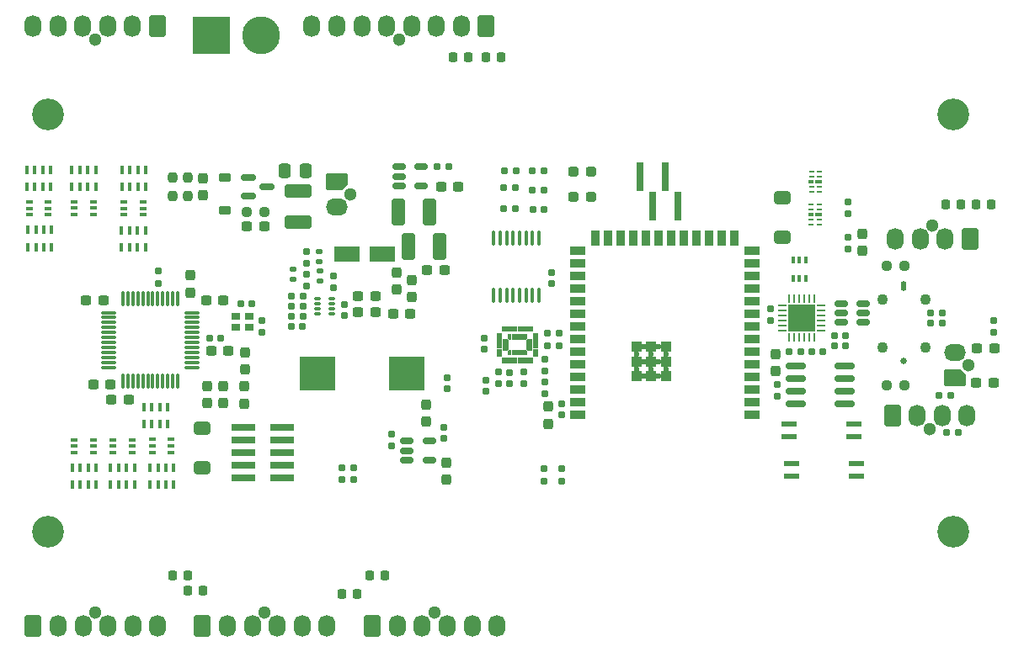
<source format=gbr>
%TF.GenerationSoftware,KiCad,Pcbnew,8.0.2*%
%TF.CreationDate,2024-07-28T21:03:14+03:00*%
%TF.ProjectId,hiro_samurai,6869726f-5f73-4616-9d75-7261692e6b69,rev?*%
%TF.SameCoordinates,Original*%
%TF.FileFunction,Soldermask,Bot*%
%TF.FilePolarity,Negative*%
%FSLAX46Y46*%
G04 Gerber Fmt 4.6, Leading zero omitted, Abs format (unit mm)*
G04 Created by KiCad (PCBNEW 8.0.2) date 2024-07-28 21:03:14*
%MOMM*%
%LPD*%
G01*
G04 APERTURE LIST*
G04 Aperture macros list*
%AMRoundRect*
0 Rectangle with rounded corners*
0 $1 Rounding radius*
0 $2 $3 $4 $5 $6 $7 $8 $9 X,Y pos of 4 corners*
0 Add a 4 corners polygon primitive as box body*
4,1,4,$2,$3,$4,$5,$6,$7,$8,$9,$2,$3,0*
0 Add four circle primitives for the rounded corners*
1,1,$1+$1,$2,$3*
1,1,$1+$1,$4,$5*
1,1,$1+$1,$6,$7*
1,1,$1+$1,$8,$9*
0 Add four rect primitives between the rounded corners*
20,1,$1+$1,$2,$3,$4,$5,0*
20,1,$1+$1,$4,$5,$6,$7,0*
20,1,$1+$1,$6,$7,$8,$9,0*
20,1,$1+$1,$8,$9,$2,$3,0*%
%AMFreePoly0*
4,1,22,0.945671,0.830970,1.026777,0.776777,1.080970,0.695671,1.100000,0.600000,1.100000,-0.600000,1.080970,-0.695671,1.026777,-0.776777,0.945671,-0.830970,0.850000,-0.850000,-0.450000,-0.850000,-0.545671,-0.830970,-0.626777,-0.776777,-1.026777,-0.376777,-1.080970,-0.295671,-1.100000,-0.200000,-1.100000,0.600000,-1.080970,0.695671,-1.026777,0.776777,-0.945671,0.830970,-0.850000,0.850000,
0.850000,0.850000,0.945671,0.830970,0.945671,0.830970,$1*%
%AMFreePoly1*
4,1,22,0.945671,0.830970,1.026777,0.776777,1.080970,0.695671,1.100000,0.600000,1.100000,-0.600000,1.080970,-0.695671,1.026777,-0.776777,0.945671,-0.830970,0.850000,-0.850000,-0.850000,-0.850000,-0.945671,-0.830970,-1.026777,-0.776777,-1.080970,-0.695671,-1.100000,-0.600000,-1.100000,0.200000,-1.080970,0.295671,-1.026777,0.376777,-0.626777,0.776777,-0.545671,0.830970,-0.450000,0.850000,
0.850000,0.850000,0.945671,0.830970,0.945671,0.830970,$1*%
G04 Aperture macros list end*
%ADD10C,0.010000*%
%ADD11C,1.300000*%
%ADD12RoundRect,0.250000X0.600000X-0.850000X0.600000X0.850000X-0.600000X0.850000X-0.600000X-0.850000X0*%
%ADD13O,1.700000X2.200000*%
%ADD14C,0.660000*%
%ADD15O,0.580000X1.000000*%
%ADD16C,1.100000*%
%ADD17C,3.200000*%
%ADD18FreePoly0,180.000000*%
%ADD19O,2.200000X1.700000*%
%ADD20RoundRect,0.250000X-0.600000X0.850000X-0.600000X-0.850000X0.600000X-0.850000X0.600000X0.850000X0*%
%ADD21RoundRect,0.160000X-0.197500X-0.160000X0.197500X-0.160000X0.197500X0.160000X-0.197500X0.160000X0*%
%ADD22RoundRect,0.160000X0.160000X-0.197500X0.160000X0.197500X-0.160000X0.197500X-0.160000X-0.197500X0*%
%ADD23RoundRect,0.225000X-0.225000X-0.250000X0.225000X-0.250000X0.225000X0.250000X-0.225000X0.250000X0*%
%ADD24RoundRect,0.075000X0.662500X0.075000X-0.662500X0.075000X-0.662500X-0.075000X0.662500X-0.075000X0*%
%ADD25RoundRect,0.075000X0.075000X0.662500X-0.075000X0.662500X-0.075000X-0.662500X0.075000X-0.662500X0*%
%ADD26RoundRect,0.237500X-0.300000X-0.237500X0.300000X-0.237500X0.300000X0.237500X-0.300000X0.237500X0*%
%ADD27RoundRect,0.250000X-1.100000X0.412500X-1.100000X-0.412500X1.100000X-0.412500X1.100000X0.412500X0*%
%ADD28RoundRect,0.155000X-0.212500X-0.155000X0.212500X-0.155000X0.212500X0.155000X-0.212500X0.155000X0*%
%ADD29RoundRect,0.325000X-0.525000X-0.325000X0.525000X-0.325000X0.525000X0.325000X-0.525000X0.325000X0*%
%ADD30RoundRect,0.325000X0.525000X0.325000X-0.525000X0.325000X-0.525000X-0.325000X0.525000X-0.325000X0*%
%ADD31FreePoly1,180.000000*%
%ADD32RoundRect,0.237500X0.250000X0.237500X-0.250000X0.237500X-0.250000X-0.237500X0.250000X-0.237500X0*%
%ADD33RoundRect,0.237500X0.237500X-0.300000X0.237500X0.300000X-0.237500X0.300000X-0.237500X-0.300000X0*%
%ADD34RoundRect,0.237500X-0.237500X0.300000X-0.237500X-0.300000X0.237500X-0.300000X0.237500X0.300000X0*%
%ADD35RoundRect,0.160000X0.197500X0.160000X-0.197500X0.160000X-0.197500X-0.160000X0.197500X-0.160000X0*%
%ADD36R,2.400000X0.740000*%
%ADD37RoundRect,0.160000X-0.160000X0.197500X-0.160000X-0.197500X0.160000X-0.197500X0.160000X0.197500X0*%
%ADD38RoundRect,0.155000X0.155000X-0.212500X0.155000X0.212500X-0.155000X0.212500X-0.155000X-0.212500X0*%
%ADD39RoundRect,0.050000X0.285000X0.100000X-0.285000X0.100000X-0.285000X-0.100000X0.285000X-0.100000X0*%
%ADD40RoundRect,0.100000X0.225000X0.100000X-0.225000X0.100000X-0.225000X-0.100000X0.225000X-0.100000X0*%
%ADD41R,0.400000X0.900000*%
%ADD42RoundRect,0.100000X-0.225000X-0.100000X0.225000X-0.100000X0.225000X0.100000X-0.225000X0.100000X0*%
%ADD43RoundRect,0.155000X-0.155000X0.212500X-0.155000X-0.212500X0.155000X-0.212500X0.155000X0.212500X0*%
%ADD44RoundRect,0.237500X0.300000X0.237500X-0.300000X0.237500X-0.300000X-0.237500X0.300000X-0.237500X0*%
%ADD45RoundRect,0.250000X0.337500X0.475000X-0.337500X0.475000X-0.337500X-0.475000X0.337500X-0.475000X0*%
%ADD46RoundRect,0.225000X0.225000X0.250000X-0.225000X0.250000X-0.225000X-0.250000X0.225000X-0.250000X0*%
%ADD47RoundRect,0.150000X-0.512500X-0.150000X0.512500X-0.150000X0.512500X0.150000X-0.512500X0.150000X0*%
%ADD48R,0.650000X3.000000*%
%ADD49R,3.550000X3.500000*%
%ADD50RoundRect,0.100000X0.100000X-0.225000X0.100000X0.225000X-0.100000X0.225000X-0.100000X-0.225000X0*%
%ADD51R,3.800000X3.800000*%
%ADD52C,3.800000*%
%ADD53RoundRect,0.137500X-0.662500X-0.137500X0.662500X-0.137500X0.662500X0.137500X-0.662500X0.137500X0*%
%ADD54RoundRect,0.150000X-0.587500X-0.150000X0.587500X-0.150000X0.587500X0.150000X-0.587500X0.150000X0*%
%ADD55R,0.900000X0.800000*%
%ADD56RoundRect,0.135000X0.185000X-0.135000X0.185000X0.135000X-0.185000X0.135000X-0.185000X-0.135000X0*%
%ADD57RoundRect,0.250000X1.050000X0.550000X-1.050000X0.550000X-1.050000X-0.550000X1.050000X-0.550000X0*%
%ADD58RoundRect,0.237500X-0.237500X0.250000X-0.237500X-0.250000X0.237500X-0.250000X0.237500X0.250000X0*%
%ADD59RoundRect,0.237500X0.237500X-0.287500X0.237500X0.287500X-0.237500X0.287500X-0.237500X-0.287500X0*%
%ADD60RoundRect,0.150000X0.512500X0.150000X-0.512500X0.150000X-0.512500X-0.150000X0.512500X-0.150000X0*%
%ADD61RoundRect,0.250000X-0.412500X-1.100000X0.412500X-1.100000X0.412500X1.100000X-0.412500X1.100000X0*%
%ADD62RoundRect,0.237500X0.287500X0.237500X-0.287500X0.237500X-0.287500X-0.237500X0.287500X-0.237500X0*%
%ADD63RoundRect,0.062500X0.350000X0.062500X-0.350000X0.062500X-0.350000X-0.062500X0.350000X-0.062500X0*%
%ADD64RoundRect,0.062500X0.062500X0.350000X-0.062500X0.350000X-0.062500X-0.350000X0.062500X-0.350000X0*%
%ADD65R,2.700000X2.700000*%
%ADD66R,0.625000X0.250000*%
%ADD67R,0.700000X0.450000*%
%ADD68R,0.575000X0.450000*%
%ADD69RoundRect,0.225000X-0.375000X0.225000X-0.375000X-0.225000X0.375000X-0.225000X0.375000X0.225000X0*%
%ADD70R,1.500000X0.900000*%
%ADD71R,0.900000X1.500000*%
%ADD72R,1.000000X1.000000*%
%ADD73C,0.600000*%
%ADD74RoundRect,0.100000X0.100000X-0.637500X0.100000X0.637500X-0.100000X0.637500X-0.100000X-0.637500X0*%
%ADD75RoundRect,0.150000X-0.825000X-0.150000X0.825000X-0.150000X0.825000X0.150000X-0.825000X0.150000X0*%
%ADD76RoundRect,0.135000X-0.185000X0.135000X-0.185000X-0.135000X0.185000X-0.135000X0.185000X0.135000X0*%
%ADD77RoundRect,0.237500X0.237500X-0.250000X0.237500X0.250000X-0.237500X0.250000X-0.237500X-0.250000X0*%
G04 APERTURE END LIST*
D10*
%TO.C,U13*%
X49115000Y31750000D02*
X48665000Y31750000D01*
X48665000Y32050000D01*
X49115000Y32050000D01*
X49115000Y31750000D01*
G36*
X49115000Y31750000D02*
G01*
X48665000Y31750000D01*
X48665000Y32050000D01*
X49115000Y32050000D01*
X49115000Y31750000D01*
G37*
X49115000Y31350000D02*
X48665000Y31350000D01*
X48665000Y31650000D01*
X49115000Y31650000D01*
X49115000Y31350000D01*
G36*
X49115000Y31350000D02*
G01*
X48665000Y31350000D01*
X48665000Y31650000D01*
X49115000Y31650000D01*
X49115000Y31350000D01*
G37*
X49115000Y30950000D02*
X48665000Y30950000D01*
X48665000Y31250000D01*
X49115000Y31250000D01*
X49115000Y30950000D01*
G36*
X49115000Y30950000D02*
G01*
X48665000Y30950000D01*
X48665000Y31250000D01*
X49115000Y31250000D01*
X49115000Y30950000D01*
G37*
X49115000Y30550000D02*
X48665000Y30550000D01*
X48665000Y30850000D01*
X49115000Y30850000D01*
X49115000Y30550000D01*
G36*
X49115000Y30550000D02*
G01*
X48665000Y30550000D01*
X48665000Y30850000D01*
X49115000Y30850000D01*
X49115000Y30550000D01*
G37*
X49115000Y30150000D02*
X48665000Y30150000D01*
X48665000Y30450000D01*
X49115000Y30450000D01*
X49115000Y30150000D01*
G36*
X49115000Y30150000D02*
G01*
X48665000Y30150000D01*
X48665000Y30450000D01*
X49115000Y30450000D01*
X49115000Y30150000D01*
G37*
X49115000Y29750000D02*
X48665000Y29750000D01*
X48665000Y30050000D01*
X49115000Y30050000D01*
X49115000Y29750000D01*
G36*
X49115000Y29750000D02*
G01*
X48665000Y29750000D01*
X48665000Y30050000D01*
X49115000Y30050000D01*
X49115000Y29750000D01*
G37*
X49475000Y32260000D02*
X49175000Y32260000D01*
X49175000Y32710000D01*
X49475000Y32710000D01*
X49475000Y32260000D01*
G36*
X49475000Y32260000D02*
G01*
X49175000Y32260000D01*
X49175000Y32710000D01*
X49475000Y32710000D01*
X49475000Y32260000D01*
G37*
X49475000Y29090000D02*
X49175000Y29090000D01*
X49175000Y29540000D01*
X49475000Y29540000D01*
X49475000Y29090000D01*
G36*
X49475000Y29090000D02*
G01*
X49175000Y29090000D01*
X49175000Y29540000D01*
X49475000Y29540000D01*
X49475000Y29090000D01*
G37*
X49765000Y30750000D02*
X49315000Y30750000D01*
X49315000Y31050000D01*
X49765000Y31050000D01*
X49765000Y30750000D01*
G36*
X49765000Y30750000D02*
G01*
X49315000Y30750000D01*
X49315000Y31050000D01*
X49765000Y31050000D01*
X49765000Y30750000D01*
G37*
X49875000Y32260000D02*
X49575000Y32260000D01*
X49575000Y32710000D01*
X49875000Y32710000D01*
X49875000Y32260000D01*
G36*
X49875000Y32260000D02*
G01*
X49575000Y32260000D01*
X49575000Y32710000D01*
X49875000Y32710000D01*
X49875000Y32260000D01*
G37*
X49875000Y29090000D02*
X49575000Y29090000D01*
X49575000Y29540000D01*
X49875000Y29540000D01*
X49875000Y29090000D01*
G36*
X49875000Y29090000D02*
G01*
X49575000Y29090000D01*
X49575000Y29540000D01*
X49875000Y29540000D01*
X49875000Y29090000D01*
G37*
X50275000Y32260000D02*
X49975000Y32260000D01*
X49975000Y32710000D01*
X50275000Y32710000D01*
X50275000Y32260000D01*
G36*
X50275000Y32260000D02*
G01*
X49975000Y32260000D01*
X49975000Y32710000D01*
X50275000Y32710000D01*
X50275000Y32260000D01*
G37*
X50275000Y29090000D02*
X49975000Y29090000D01*
X49975000Y29540000D01*
X50275000Y29540000D01*
X50275000Y29090000D01*
G36*
X50275000Y29090000D02*
G01*
X49975000Y29090000D01*
X49975000Y29540000D01*
X50275000Y29540000D01*
X50275000Y29090000D01*
G37*
X50475000Y31460000D02*
X50175000Y31460000D01*
X50175000Y31910000D01*
X50475000Y31910000D01*
X50475000Y31460000D01*
G36*
X50475000Y31460000D02*
G01*
X50175000Y31460000D01*
X50175000Y31910000D01*
X50475000Y31910000D01*
X50475000Y31460000D01*
G37*
X50475000Y29890000D02*
X50175000Y29890000D01*
X50175000Y30340000D01*
X50475000Y30340000D01*
X50475000Y29890000D01*
G36*
X50475000Y29890000D02*
G01*
X50175000Y29890000D01*
X50175000Y30340000D01*
X50475000Y30340000D01*
X50475000Y29890000D01*
G37*
X50675000Y32260000D02*
X50375000Y32260000D01*
X50375000Y32710000D01*
X50675000Y32710000D01*
X50675000Y32260000D01*
G36*
X50675000Y32260000D02*
G01*
X50375000Y32260000D01*
X50375000Y32710000D01*
X50675000Y32710000D01*
X50675000Y32260000D01*
G37*
X50675000Y29090000D02*
X50375000Y29090000D01*
X50375000Y29540000D01*
X50675000Y29540000D01*
X50675000Y29090000D01*
G36*
X50675000Y29090000D02*
G01*
X50375000Y29090000D01*
X50375000Y29540000D01*
X50675000Y29540000D01*
X50675000Y29090000D01*
G37*
X50875000Y31460000D02*
X50575000Y31460000D01*
X50575000Y31910000D01*
X50875000Y31910000D01*
X50875000Y31460000D01*
G36*
X50875000Y31460000D02*
G01*
X50575000Y31460000D01*
X50575000Y31910000D01*
X50875000Y31910000D01*
X50875000Y31460000D01*
G37*
X50875000Y29890000D02*
X50575000Y29890000D01*
X50575000Y30340000D01*
X50875000Y30340000D01*
X50875000Y29890000D01*
G36*
X50875000Y29890000D02*
G01*
X50575000Y29890000D01*
X50575000Y30340000D01*
X50875000Y30340000D01*
X50875000Y29890000D01*
G37*
X51075000Y32260000D02*
X50775000Y32260000D01*
X50775000Y32710000D01*
X51075000Y32710000D01*
X51075000Y32260000D01*
G36*
X51075000Y32260000D02*
G01*
X50775000Y32260000D01*
X50775000Y32710000D01*
X51075000Y32710000D01*
X51075000Y32260000D01*
G37*
X51075000Y29090000D02*
X50775000Y29090000D01*
X50775000Y29540000D01*
X51075000Y29540000D01*
X51075000Y29090000D01*
G36*
X51075000Y29090000D02*
G01*
X50775000Y29090000D01*
X50775000Y29540000D01*
X51075000Y29540000D01*
X51075000Y29090000D01*
G37*
X51275000Y31460000D02*
X50975000Y31460000D01*
X50975000Y31910000D01*
X51275000Y31910000D01*
X51275000Y31460000D01*
G36*
X51275000Y31460000D02*
G01*
X50975000Y31460000D01*
X50975000Y31910000D01*
X51275000Y31910000D01*
X51275000Y31460000D01*
G37*
X51275000Y29890000D02*
X50975000Y29890000D01*
X50975000Y30340000D01*
X51275000Y30340000D01*
X51275000Y29890000D01*
G36*
X51275000Y29890000D02*
G01*
X50975000Y29890000D01*
X50975000Y30340000D01*
X51275000Y30340000D01*
X51275000Y29890000D01*
G37*
X51475000Y32260000D02*
X51175000Y32260000D01*
X51175000Y32710000D01*
X51475000Y32710000D01*
X51475000Y32260000D01*
G36*
X51475000Y32260000D02*
G01*
X51175000Y32260000D01*
X51175000Y32710000D01*
X51475000Y32710000D01*
X51475000Y32260000D01*
G37*
X51475000Y29090000D02*
X51175000Y29090000D01*
X51175000Y29540000D01*
X51475000Y29540000D01*
X51475000Y29090000D01*
G36*
X51475000Y29090000D02*
G01*
X51175000Y29090000D01*
X51175000Y29540000D01*
X51475000Y29540000D01*
X51475000Y29090000D01*
G37*
X51875000Y32260000D02*
X51575000Y32260000D01*
X51575000Y32710000D01*
X51875000Y32710000D01*
X51875000Y32260000D01*
G36*
X51875000Y32260000D02*
G01*
X51575000Y32260000D01*
X51575000Y32710000D01*
X51875000Y32710000D01*
X51875000Y32260000D01*
G37*
X51875000Y29090000D02*
X51575000Y29090000D01*
X51575000Y29540000D01*
X51875000Y29540000D01*
X51875000Y29090000D01*
G36*
X51875000Y29090000D02*
G01*
X51575000Y29090000D01*
X51575000Y29540000D01*
X51875000Y29540000D01*
X51875000Y29090000D01*
G37*
X52135000Y30750000D02*
X51685000Y30750000D01*
X51685000Y31050000D01*
X52135000Y31050000D01*
X52135000Y30750000D01*
G36*
X52135000Y30750000D02*
G01*
X51685000Y30750000D01*
X51685000Y31050000D01*
X52135000Y31050000D01*
X52135000Y30750000D01*
G37*
X52275000Y32260000D02*
X51975000Y32260000D01*
X51975000Y32710000D01*
X52275000Y32710000D01*
X52275000Y32260000D01*
G36*
X52275000Y32260000D02*
G01*
X51975000Y32260000D01*
X51975000Y32710000D01*
X52275000Y32710000D01*
X52275000Y32260000D01*
G37*
X52275000Y29090000D02*
X51975000Y29090000D01*
X51975000Y29540000D01*
X52275000Y29540000D01*
X52275000Y29090000D01*
G36*
X52275000Y29090000D02*
G01*
X51975000Y29090000D01*
X51975000Y29540000D01*
X52275000Y29540000D01*
X52275000Y29090000D01*
G37*
X52785000Y31750000D02*
X52335000Y31750000D01*
X52335000Y32050000D01*
X52785000Y32050000D01*
X52785000Y31750000D01*
G36*
X52785000Y31750000D02*
G01*
X52335000Y31750000D01*
X52335000Y32050000D01*
X52785000Y32050000D01*
X52785000Y31750000D01*
G37*
X52785000Y31350000D02*
X52335000Y31350000D01*
X52335000Y31650000D01*
X52785000Y31650000D01*
X52785000Y31350000D01*
G36*
X52785000Y31350000D02*
G01*
X52335000Y31350000D01*
X52335000Y31650000D01*
X52785000Y31650000D01*
X52785000Y31350000D01*
G37*
X52785000Y30950000D02*
X52335000Y30950000D01*
X52335000Y31250000D01*
X52785000Y31250000D01*
X52785000Y30950000D01*
G36*
X52785000Y30950000D02*
G01*
X52335000Y30950000D01*
X52335000Y31250000D01*
X52785000Y31250000D01*
X52785000Y30950000D01*
G37*
X52785000Y30550000D02*
X52335000Y30550000D01*
X52335000Y30850000D01*
X52785000Y30850000D01*
X52785000Y30550000D01*
G36*
X52785000Y30550000D02*
G01*
X52335000Y30550000D01*
X52335000Y30850000D01*
X52785000Y30850000D01*
X52785000Y30550000D01*
G37*
X52785000Y30150000D02*
X52335000Y30150000D01*
X52335000Y30450000D01*
X52785000Y30450000D01*
X52785000Y30150000D01*
G36*
X52785000Y30150000D02*
G01*
X52335000Y30150000D01*
X52335000Y30450000D01*
X52785000Y30450000D01*
X52785000Y30150000D01*
G37*
X52785000Y29750000D02*
X52335000Y29750000D01*
X52335000Y30050000D01*
X52785000Y30050000D01*
X52785000Y29750000D01*
G36*
X52785000Y29750000D02*
G01*
X52335000Y29750000D01*
X52335000Y30050000D01*
X52785000Y30050000D01*
X52785000Y29750000D01*
G37*
X49765000Y31375000D02*
X49765000Y31150000D01*
X49315000Y31150000D01*
X49315000Y31450000D01*
X49690000Y31450000D01*
X49765000Y31375000D01*
G36*
X49765000Y31375000D02*
G01*
X49765000Y31150000D01*
X49315000Y31150000D01*
X49315000Y31450000D01*
X49690000Y31450000D01*
X49765000Y31375000D01*
G37*
X49765000Y30425000D02*
X49690000Y30350000D01*
X49315000Y30350000D01*
X49315000Y30650000D01*
X49765000Y30650000D01*
X49765000Y30425000D01*
G36*
X49765000Y30425000D02*
G01*
X49690000Y30350000D01*
X49315000Y30350000D01*
X49315000Y30650000D01*
X49765000Y30650000D01*
X49765000Y30425000D01*
G37*
X50075000Y31460000D02*
X49850000Y31460000D01*
X49775000Y31535000D01*
X49775000Y31910000D01*
X50075000Y31910000D01*
X50075000Y31460000D01*
G36*
X50075000Y31460000D02*
G01*
X49850000Y31460000D01*
X49775000Y31535000D01*
X49775000Y31910000D01*
X50075000Y31910000D01*
X50075000Y31460000D01*
G37*
X50075000Y29890000D02*
X49775000Y29890000D01*
X49775000Y30265000D01*
X49850000Y30340000D01*
X50075000Y30340000D01*
X50075000Y29890000D01*
G36*
X50075000Y29890000D02*
G01*
X49775000Y29890000D01*
X49775000Y30265000D01*
X49850000Y30340000D01*
X50075000Y30340000D01*
X50075000Y29890000D01*
G37*
X51675000Y31535000D02*
X51600000Y31460000D01*
X51375000Y31460000D01*
X51375000Y31910000D01*
X51675000Y31910000D01*
X51675000Y31535000D01*
G36*
X51675000Y31535000D02*
G01*
X51600000Y31460000D01*
X51375000Y31460000D01*
X51375000Y31910000D01*
X51675000Y31910000D01*
X51675000Y31535000D01*
G37*
X51675000Y30265000D02*
X51675000Y29890000D01*
X51375000Y29890000D01*
X51375000Y30340000D01*
X51600000Y30340000D01*
X51675000Y30265000D01*
G36*
X51675000Y30265000D02*
G01*
X51675000Y29890000D01*
X51375000Y29890000D01*
X51375000Y30340000D01*
X51600000Y30340000D01*
X51675000Y30265000D01*
G37*
X52135000Y31150000D02*
X51685000Y31150000D01*
X51685000Y31375000D01*
X51760000Y31450000D01*
X52135000Y31450000D01*
X52135000Y31150000D01*
G36*
X52135000Y31150000D02*
G01*
X51685000Y31150000D01*
X51685000Y31375000D01*
X51760000Y31450000D01*
X52135000Y31450000D01*
X52135000Y31150000D01*
G37*
X52135000Y30350000D02*
X51760000Y30350000D01*
X51685000Y30425000D01*
X51685000Y30650000D01*
X52135000Y30650000D01*
X52135000Y30350000D01*
G36*
X52135000Y30350000D02*
G01*
X51760000Y30350000D01*
X51685000Y30425000D01*
X51685000Y30650000D01*
X52135000Y30650000D01*
X52135000Y30350000D01*
G37*
%TD*%
D11*
%TO.C,J14*%
X92200242Y22387945D03*
D12*
X88450242Y23727945D03*
D13*
X90950242Y23727945D03*
X93450242Y23727945D03*
X95950242Y23727945D03*
%TD*%
D14*
%TO.C,J8*%
X89601700Y29255000D03*
D15*
X89601700Y36755000D03*
D16*
X87451700Y30605000D03*
X91751700Y30605000D03*
X87451700Y35405000D03*
X91751700Y35405000D03*
%TD*%
D17*
%TO.C,H3*%
X3601700Y12005000D03*
%TD*%
%TO.C,H4*%
X94601700Y12005000D03*
%TD*%
%TO.C,H2*%
X3601700Y54005000D03*
%TD*%
%TO.C,H1*%
X94601700Y54005000D03*
%TD*%
D11*
%TO.C,J3*%
X96103507Y28802931D03*
D18*
X94763507Y27552931D03*
D19*
X94763507Y30052931D03*
%TD*%
D11*
%TO.C,J2*%
X92495000Y42835000D03*
D20*
X96245000Y41495000D03*
D13*
X93745000Y41495000D03*
X91245000Y41495000D03*
X88745000Y41495000D03*
%TD*%
D21*
%TO.C,R10*%
X93906700Y22005000D03*
X95101700Y22005000D03*
%TD*%
D22*
%TO.C,R53*%
X55166200Y17157500D03*
X55166200Y18352500D03*
%TD*%
D23*
%TO.C,C1*%
X96826700Y45005000D03*
X98376700Y45005000D03*
%TD*%
D24*
%TO.C,U1*%
X18014200Y34092500D03*
X18014200Y33592500D03*
X18014200Y33092500D03*
X18014200Y32592500D03*
X18014200Y32092500D03*
X18014200Y31592500D03*
X18014200Y31092500D03*
X18014200Y30592500D03*
X18014200Y30092500D03*
X18014200Y29592500D03*
X18014200Y29092500D03*
X18014200Y28592500D03*
D25*
X16601700Y27180000D03*
X16101700Y27180000D03*
X15601700Y27180000D03*
X15101700Y27180000D03*
X14601700Y27180000D03*
X14101700Y27180000D03*
X13601700Y27180000D03*
X13101700Y27180000D03*
X12601700Y27180000D03*
X12101700Y27180000D03*
X11601700Y27180000D03*
X11101700Y27180000D03*
D24*
X9689200Y28592500D03*
X9689200Y29092500D03*
X9689200Y29592500D03*
X9689200Y30092500D03*
X9689200Y30592500D03*
X9689200Y31092500D03*
X9689200Y31592500D03*
X9689200Y32092500D03*
X9689200Y32592500D03*
X9689200Y33092500D03*
X9689200Y33592500D03*
X9689200Y34092500D03*
D25*
X11101700Y35505000D03*
X11601700Y35505000D03*
X12101700Y35505000D03*
X12601700Y35505000D03*
X13101700Y35505000D03*
X13601700Y35505000D03*
X14101700Y35505000D03*
X14601700Y35505000D03*
X15101700Y35505000D03*
X15601700Y35505000D03*
X16101700Y35505000D03*
X16601700Y35505000D03*
%TD*%
D26*
%TO.C,C52*%
X43101700Y46755000D03*
X44826700Y46755000D03*
%TD*%
D27*
%TO.C,C4*%
X28665213Y46365567D03*
X28665213Y43240567D03*
%TD*%
D28*
%TO.C,C71*%
X53795500Y32005000D03*
X54930500Y32005000D03*
%TD*%
D26*
%TO.C,C41*%
X41700368Y38394182D03*
X43425368Y38394182D03*
%TD*%
D29*
%TO.C,SW_RESET2*%
X19047400Y18480600D03*
D30*
X19047400Y22480600D03*
%TD*%
D21*
%TO.C,R62*%
X28004638Y35716348D03*
X29199638Y35716348D03*
%TD*%
D11*
%TO.C,J9*%
X33941700Y46005000D03*
D31*
X32601700Y47255000D03*
D19*
X32601700Y44755000D03*
%TD*%
D28*
%TO.C,C17*%
X19784200Y31505000D03*
X20919200Y31505000D03*
%TD*%
D32*
%TO.C,R3*%
X89708300Y38768600D03*
X87883300Y38768600D03*
%TD*%
D33*
%TO.C,C18*%
X17849077Y36107073D03*
X17849077Y37832073D03*
%TD*%
D28*
%TO.C,C36*%
X28034638Y32711864D03*
X29169638Y32711864D03*
%TD*%
D34*
%TO.C,C45*%
X41601700Y24867500D03*
X41601700Y23142500D03*
%TD*%
D35*
%TO.C,R58*%
X53460500Y46432400D03*
X52265500Y46432400D03*
%TD*%
D23*
%TO.C,C3*%
X35900000Y7679000D03*
X37450000Y7679000D03*
%TD*%
D36*
%TO.C,J11*%
X23213000Y17425000D03*
X27113000Y17425000D03*
X23213000Y18695000D03*
X27113000Y18695000D03*
X23213000Y19965000D03*
X27113000Y19965000D03*
X23213000Y21235000D03*
X27113000Y21235000D03*
X23213000Y22505000D03*
X27113000Y22505000D03*
%TD*%
D37*
%TO.C,R13*%
X83969800Y41708100D03*
X83969800Y40513100D03*
%TD*%
D38*
%TO.C,C22*%
X25101700Y32120000D03*
X25101700Y33255000D03*
%TD*%
D39*
%TO.C,U5*%
X32102138Y35461864D03*
X32102138Y34961864D03*
X32102138Y34461864D03*
X32102138Y33961864D03*
X30622138Y33961864D03*
X30622138Y34461864D03*
X30622138Y34961864D03*
X30622138Y35461864D03*
%TD*%
D40*
%TO.C,Q4*%
X13121781Y45238585D03*
X13121781Y44588585D03*
X13121781Y43938585D03*
X11221781Y43938585D03*
X11221781Y44588585D03*
X11221781Y45238585D03*
%TD*%
D38*
%TO.C,C59*%
X76175000Y33317500D03*
X76175000Y34452500D03*
%TD*%
D41*
%TO.C,RN1*%
X6001700Y18505000D03*
X6801700Y18505000D03*
X7601700Y18505000D03*
X8401700Y18505000D03*
X8401700Y16805000D03*
X7601700Y16805000D03*
X6801700Y16805000D03*
X6001700Y16805000D03*
%TD*%
D42*
%TO.C,Q3*%
X14030865Y20029845D03*
X14030865Y20679845D03*
X14030865Y21329845D03*
X15930865Y21329845D03*
X15930865Y20679845D03*
X15930865Y20029845D03*
%TD*%
D28*
%TO.C,C72*%
X53795500Y30755000D03*
X54930500Y30755000D03*
%TD*%
D43*
%TO.C,C74*%
X49945000Y28082500D03*
X49945000Y26947500D03*
%TD*%
D41*
%TO.C,RN5*%
X13362976Y40673576D03*
X12562976Y40673576D03*
X11762976Y40673576D03*
X10962976Y40673576D03*
X10962976Y42373576D03*
X11762976Y42373576D03*
X12562976Y42373576D03*
X13362976Y42373576D03*
%TD*%
D44*
%TO.C,C20*%
X11651462Y25324412D03*
X9926462Y25324412D03*
%TD*%
D11*
%TO.C,J4*%
X8327000Y3939000D03*
D20*
X2077000Y2599000D03*
D13*
X4577000Y2599000D03*
X7077000Y2599000D03*
X9577000Y2599000D03*
X12077000Y2599000D03*
X14577000Y2599000D03*
%TD*%
D34*
%TO.C,C15*%
X21198566Y26713507D03*
X21198566Y24988507D03*
%TD*%
D26*
%TO.C,C31*%
X34739638Y35711864D03*
X36464638Y35711864D03*
%TD*%
D45*
%TO.C,C6*%
X29452800Y48379957D03*
X27377800Y48379957D03*
%TD*%
D26*
%TO.C,C32*%
X34751195Y34164956D03*
X36476195Y34164956D03*
%TD*%
D41*
%TO.C,RN2*%
X13201700Y24557292D03*
X14001700Y24557292D03*
X14801700Y24557292D03*
X15601700Y24557292D03*
X15601700Y22857292D03*
X14801700Y22857292D03*
X14001700Y22857292D03*
X13201700Y22857292D03*
%TD*%
D43*
%TO.C,C38*%
X29520446Y37910204D03*
X29520446Y36775204D03*
%TD*%
D21*
%TO.C,R12*%
X93156700Y25755000D03*
X94351700Y25755000D03*
%TD*%
D46*
%TO.C,C10*%
X45851700Y59755000D03*
X44301700Y59755000D03*
%TD*%
D21*
%TO.C,R71*%
X92253139Y34033952D03*
X93448139Y34033952D03*
%TD*%
D34*
%TO.C,C63*%
X43601700Y19005000D03*
X43601700Y17280000D03*
%TD*%
D30*
%TO.C,SW_RESET1*%
X77365800Y45645400D03*
D29*
X77365800Y41645400D03*
%TD*%
D11*
%TO.C,J5*%
X8287000Y61595000D03*
D12*
X14537000Y62935000D03*
D13*
X12037000Y62935000D03*
X9537000Y62935000D03*
X7037000Y62935000D03*
X4537000Y62935000D03*
X2037000Y62935000D03*
%TD*%
D37*
%TO.C,R60*%
X32226553Y37792849D03*
X32226553Y36597849D03*
%TD*%
D26*
%TO.C,C21*%
X19449490Y35293945D03*
X21174490Y35293945D03*
%TD*%
D23*
%TO.C,C9*%
X47551700Y59755000D03*
X49101700Y59755000D03*
%TD*%
D42*
%TO.C,Q2*%
X10101700Y20005000D03*
X10101700Y20655000D03*
X10101700Y21305000D03*
X12001700Y21305000D03*
X12001700Y20655000D03*
X12001700Y20005000D03*
%TD*%
D33*
%TO.C,C53*%
X76738574Y28205255D03*
X76738574Y29930255D03*
%TD*%
D47*
%TO.C,U12*%
X39601700Y19255000D03*
X39601700Y20205000D03*
X39601700Y21155000D03*
X41876700Y21155000D03*
X41876700Y19255000D03*
%TD*%
D48*
%TO.C,J15*%
X66901000Y44798200D03*
X65631000Y47798200D03*
X64361000Y44798200D03*
X63091000Y47798200D03*
%TD*%
D43*
%TO.C,C33*%
X33324849Y34920489D03*
X33324849Y33785489D03*
%TD*%
D34*
%TO.C,C29*%
X53851700Y24642500D03*
X53851700Y22917500D03*
%TD*%
D44*
%TO.C,C16*%
X9836376Y26835410D03*
X8111376Y26835410D03*
%TD*%
D28*
%TO.C,C58*%
X80317500Y30135000D03*
X81452500Y30135000D03*
%TD*%
D41*
%TO.C,RN6*%
X13401700Y46755000D03*
X12601700Y46755000D03*
X11801700Y46755000D03*
X11001700Y46755000D03*
X11001700Y48455000D03*
X11801700Y48455000D03*
X12601700Y48455000D03*
X13401700Y48455000D03*
%TD*%
D49*
%TO.C,L1*%
X30663000Y27919701D03*
X39613000Y27919701D03*
%TD*%
D35*
%TO.C,R57*%
X53460500Y48369800D03*
X52265500Y48369800D03*
%TD*%
D47*
%TO.C,U6*%
X38826700Y46855000D03*
X38826700Y47805000D03*
X38826700Y48755000D03*
X41101700Y48755000D03*
X41101700Y46855000D03*
%TD*%
D41*
%TO.C,RN8*%
X3939000Y40699800D03*
X3139000Y40699800D03*
X2339000Y40699800D03*
X1539000Y40699800D03*
X1539000Y42399800D03*
X2339000Y42399800D03*
X3139000Y42399800D03*
X3939000Y42399800D03*
%TD*%
D43*
%TO.C,C73*%
X48865000Y28092500D03*
X48865000Y26957500D03*
%TD*%
D11*
%TO.C,J10*%
X25345000Y3939000D03*
D20*
X19095000Y2599000D03*
D13*
X21595000Y2599000D03*
X24095000Y2599000D03*
X26595000Y2599000D03*
X29095000Y2599000D03*
X31595000Y2599000D03*
%TD*%
D34*
%TO.C,C46*%
X40113000Y37367500D03*
X40113000Y35642500D03*
%TD*%
D50*
%TO.C,Q13*%
X79765000Y37485000D03*
X79115000Y37485000D03*
X78465000Y37485000D03*
X78465000Y39385000D03*
X79115000Y39385000D03*
X79765000Y39385000D03*
%TD*%
D32*
%TO.C,R4*%
X89708300Y26755000D03*
X87883300Y26755000D03*
%TD*%
D11*
%TO.C,J13*%
X42441000Y3939000D03*
D20*
X36191000Y2599000D03*
D13*
X38691000Y2599000D03*
X41191000Y2599000D03*
X43691000Y2599000D03*
X46191000Y2599000D03*
X48691000Y2599000D03*
%TD*%
D51*
%TO.C,J1*%
X19991000Y62035000D03*
D52*
X24991000Y62035000D03*
%TD*%
D26*
%TO.C,C75*%
X23569700Y42755000D03*
X25294700Y42755000D03*
%TD*%
D42*
%TO.C,Q1*%
X6200000Y20005000D03*
X6200000Y20655000D03*
X6200000Y21305000D03*
X8100000Y21305000D03*
X8100000Y20655000D03*
X8100000Y20005000D03*
%TD*%
D53*
%TO.C,U15*%
X78351700Y17661200D03*
X78351700Y18931200D03*
X84851700Y18931200D03*
X84851700Y17661200D03*
%TD*%
D54*
%TO.C,Q7*%
X23726700Y45805000D03*
X23726700Y47705000D03*
X25601700Y46755000D03*
%TD*%
D55*
%TO.C,Y1*%
X23825000Y32585000D03*
X22425000Y32585000D03*
X22425000Y33685000D03*
X23825000Y33685000D03*
%TD*%
D56*
%TO.C,R65*%
X30863000Y39245000D03*
X30863000Y40265000D03*
%TD*%
D37*
%TO.C,R5*%
X83969800Y45208100D03*
X83969800Y44013100D03*
%TD*%
D22*
%TO.C,R6*%
X51407000Y26917500D03*
X51407000Y28112500D03*
%TD*%
D37*
%TO.C,R64*%
X29520446Y40208903D03*
X29520446Y39013903D03*
%TD*%
D57*
%TO.C,C40*%
X37201700Y40005000D03*
X33601700Y40005000D03*
%TD*%
D34*
%TO.C,C23*%
X19601700Y26730000D03*
X19601700Y25005000D03*
%TD*%
%TO.C,C35*%
X38601700Y38117500D03*
X38601700Y36392500D03*
%TD*%
D11*
%TO.C,J12*%
X38851700Y61595000D03*
D12*
X47601700Y62935000D03*
D13*
X45101700Y62935000D03*
X42601700Y62935000D03*
X40101700Y62935000D03*
X37601700Y62935000D03*
X35101700Y62935000D03*
X32601700Y62935000D03*
X30101700Y62935000D03*
%TD*%
D26*
%TO.C,R68*%
X96876700Y27005000D03*
X98601700Y27005000D03*
%TD*%
D35*
%TO.C,R8*%
X50635000Y48345000D03*
X49440000Y48345000D03*
%TD*%
D33*
%TO.C,C39*%
X85443000Y40293700D03*
X85443000Y42018700D03*
%TD*%
D42*
%TO.C,Q5*%
X6201700Y43947800D03*
X6201700Y44597800D03*
X6201700Y45247800D03*
X8101700Y45247800D03*
X8101700Y44597800D03*
X8101700Y43947800D03*
%TD*%
D22*
%TO.C,R16*%
X14613000Y37060000D03*
X14613000Y38255000D03*
%TD*%
D58*
%TO.C,R14*%
X17601700Y47667500D03*
X17601700Y45842500D03*
%TD*%
D59*
%TO.C,FB1*%
X23314600Y24928200D03*
X23314600Y26678200D03*
%TD*%
D38*
%TO.C,C12*%
X38101700Y20687500D03*
X38101700Y21822500D03*
%TD*%
D60*
%TO.C,U8*%
X85560000Y34985000D03*
X85560000Y34035000D03*
X85560000Y33085000D03*
X83285000Y33085000D03*
X83285000Y34035000D03*
X83285000Y34985000D03*
%TD*%
D22*
%TO.C,R59*%
X53394700Y17157500D03*
X53394700Y18352500D03*
%TD*%
D38*
%TO.C,C13*%
X54219982Y36989210D03*
X54219982Y38124210D03*
%TD*%
D46*
%TO.C,C2*%
X95351700Y45005000D03*
X93801700Y45005000D03*
%TD*%
D32*
%TO.C,R11*%
X25351700Y44255000D03*
X23526700Y44255000D03*
%TD*%
D34*
%TO.C,C34*%
X19101700Y47617500D03*
X19101700Y45892500D03*
%TD*%
D61*
%TO.C,C44*%
X38789200Y44255000D03*
X41914200Y44255000D03*
%TD*%
D46*
%TO.C,C50*%
X17601700Y7679000D03*
X16051700Y7679000D03*
%TD*%
D61*
%TO.C,C42*%
X39789200Y40755000D03*
X42914200Y40755000D03*
%TD*%
D22*
%TO.C,R56*%
X53540600Y25889600D03*
X53540600Y27084600D03*
%TD*%
D43*
%TO.C,C54*%
X76851700Y26822500D03*
X76851700Y25687500D03*
%TD*%
D62*
%TO.C,D4*%
X58163400Y45728200D03*
X56413400Y45728200D03*
%TD*%
D53*
%TO.C,U14*%
X78045000Y21610000D03*
X78045000Y22880000D03*
X84545000Y22880000D03*
X84545000Y21610000D03*
%TD*%
D21*
%TO.C,R72*%
X78057500Y30145000D03*
X79252500Y30145000D03*
%TD*%
%TO.C,R2*%
X33113000Y17255000D03*
X34308000Y17255000D03*
%TD*%
D41*
%TO.C,RN4*%
X13815000Y18509730D03*
X14615000Y18509730D03*
X15415000Y18509730D03*
X16215000Y18509730D03*
X16215000Y16809730D03*
X15415000Y16809730D03*
X14615000Y16809730D03*
X13815000Y16809730D03*
%TD*%
D35*
%TO.C,R1*%
X34308000Y18505000D03*
X33113000Y18505000D03*
%TD*%
D43*
%TO.C,C55*%
X98601700Y33255000D03*
X98601700Y32120000D03*
%TD*%
D62*
%TO.C,D3*%
X58163400Y48318200D03*
X56413400Y48318200D03*
%TD*%
D21*
%TO.C,R70*%
X92254200Y33005000D03*
X93449200Y33005000D03*
%TD*%
D56*
%TO.C,R66*%
X30867530Y37266913D03*
X30867530Y38286913D03*
%TD*%
D28*
%TO.C,C19*%
X22950300Y34958600D03*
X24085300Y34958600D03*
%TD*%
%TO.C,C56*%
X82611332Y30755000D03*
X83746332Y30755000D03*
%TD*%
D63*
%TO.C,U9*%
X81314200Y34792500D03*
X81314200Y34292500D03*
X81314200Y33792500D03*
X81314200Y33292500D03*
X81314200Y32792500D03*
X81314200Y32292500D03*
D64*
X80601700Y31580000D03*
X80101700Y31580000D03*
X79601700Y31580000D03*
X79101700Y31580000D03*
X78601700Y31580000D03*
X78101700Y31580000D03*
D63*
X77389200Y32292500D03*
X77389200Y32792500D03*
X77389200Y33292500D03*
X77389200Y33792500D03*
X77389200Y34292500D03*
X77389200Y34792500D03*
D64*
X78101700Y35505000D03*
X78601700Y35505000D03*
X79101700Y35505000D03*
X79601700Y35505000D03*
X80101700Y35505000D03*
X80601700Y35505000D03*
D65*
X79351700Y33542500D03*
%TD*%
D38*
%TO.C,C28*%
X53540600Y28253000D03*
X53540600Y29388000D03*
%TD*%
D44*
%TO.C,C24*%
X9113685Y35333706D03*
X7388685Y35333706D03*
%TD*%
%TO.C,R69*%
X98714200Y30505000D03*
X96989200Y30505000D03*
%TD*%
D66*
%TO.C,U2*%
X81101700Y48255000D03*
X81101700Y47755000D03*
D67*
X81064200Y47255000D03*
D66*
X81101700Y46755000D03*
X81101700Y46255000D03*
X80326700Y46255000D03*
X80326700Y46755000D03*
D68*
X80301700Y47255000D03*
D66*
X80326700Y47755000D03*
X80326700Y48255000D03*
%TD*%
D69*
%TO.C,D5*%
X21351700Y47655000D03*
X21351700Y44355000D03*
%TD*%
D38*
%TO.C,C68*%
X47455000Y30417500D03*
X47455000Y31552500D03*
%TD*%
D23*
%TO.C,C60*%
X17612000Y6155000D03*
X19162000Y6155000D03*
%TD*%
D38*
%TO.C,C62*%
X43351700Y21437500D03*
X43351700Y22572500D03*
%TD*%
D43*
%TO.C,C67*%
X43660000Y27572500D03*
X43660000Y26437500D03*
%TD*%
D21*
%TO.C,R61*%
X28004638Y34709514D03*
X29199638Y34709514D03*
%TD*%
D70*
%TO.C,U3*%
X56832601Y23813770D03*
X56832601Y25083770D03*
X56832601Y26353770D03*
X56832601Y27623770D03*
X56832601Y28893770D03*
X56832601Y30163770D03*
X56832601Y31433770D03*
X56832601Y32703770D03*
X56832601Y33973770D03*
X56832601Y35243770D03*
X56832601Y36513770D03*
X56832601Y37783770D03*
X56832601Y39053770D03*
X56832601Y40323770D03*
D71*
X58597601Y41573770D03*
X59867601Y41573770D03*
X61137601Y41573770D03*
X62407601Y41573770D03*
X63677601Y41573770D03*
X64947601Y41573770D03*
X66217601Y41573770D03*
X67487601Y41573770D03*
X68757601Y41573770D03*
X70027601Y41573770D03*
X71297601Y41573770D03*
X72567601Y41573770D03*
D70*
X74332601Y40323770D03*
X74332601Y39053770D03*
X74332601Y37783770D03*
X74332601Y36513770D03*
X74332601Y35243770D03*
X74332601Y33973770D03*
X74332601Y32703770D03*
X74332601Y31433770D03*
X74332601Y30163770D03*
X74332601Y28893770D03*
X74332601Y27623770D03*
X74332601Y26353770D03*
X74332601Y25083770D03*
X74332601Y23813770D03*
D72*
X62722601Y30663770D03*
D73*
X62722601Y29913770D03*
D72*
X62722601Y29163770D03*
D73*
X62722601Y28413770D03*
D72*
X62722601Y27663770D03*
D73*
X63472601Y30663770D03*
X63472601Y29163770D03*
X63472601Y27663770D03*
D72*
X64222601Y30663770D03*
D73*
X64222601Y29913770D03*
D72*
X64222601Y29163770D03*
D73*
X64222601Y28413770D03*
D72*
X64222601Y27663770D03*
D73*
X64972601Y30663770D03*
X64972601Y29163770D03*
X64972601Y27663770D03*
D72*
X65722601Y30663770D03*
D73*
X65722601Y29913770D03*
D72*
X65722601Y29163770D03*
D73*
X65722601Y28413770D03*
D72*
X65722601Y27663770D03*
%TD*%
D33*
%TO.C,C25*%
X23351700Y28392500D03*
X23351700Y30117500D03*
%TD*%
D74*
%TO.C,U10*%
X52924348Y35826923D03*
X52274348Y35826923D03*
X51624348Y35826923D03*
X50974348Y35826923D03*
X50324348Y35826923D03*
X49674348Y35826923D03*
X49024348Y35826923D03*
X48374348Y35826923D03*
X48374348Y41551923D03*
X49024348Y41551923D03*
X49674348Y41551923D03*
X50324348Y41551923D03*
X50974348Y41551923D03*
X51624348Y41551923D03*
X52274348Y41551923D03*
X52924348Y41551923D03*
%TD*%
D75*
%TO.C,U7*%
X78710000Y24940000D03*
X78710000Y26210000D03*
X78710000Y27480000D03*
X78710000Y28750000D03*
X83660000Y28750000D03*
X83660000Y27480000D03*
X83660000Y26210000D03*
X83660000Y24940000D03*
%TD*%
D41*
%TO.C,RN7*%
X8351700Y46755000D03*
X7551700Y46755000D03*
X6751700Y46755000D03*
X5951700Y46755000D03*
X5951700Y48455000D03*
X6751700Y48455000D03*
X7551700Y48455000D03*
X8351700Y48455000D03*
%TD*%
D21*
%TO.C,R63*%
X28004638Y33711864D03*
X29199638Y33711864D03*
%TD*%
D40*
%TO.C,Q6*%
X3589000Y45238585D03*
X3589000Y44588585D03*
X3589000Y43938585D03*
X1689000Y43938585D03*
X1689000Y44588585D03*
X1689000Y45238585D03*
%TD*%
D41*
%TO.C,RN3*%
X9851700Y18505000D03*
X10651700Y18505000D03*
X11451700Y18505000D03*
X12251700Y18505000D03*
X12251700Y16805000D03*
X11451700Y16805000D03*
X10651700Y16805000D03*
X9851700Y16805000D03*
%TD*%
D28*
%TO.C,C57*%
X82601700Y31755000D03*
X83736700Y31755000D03*
%TD*%
%TO.C,C51*%
X42716700Y48755000D03*
X43851700Y48755000D03*
%TD*%
D76*
%TO.C,R67*%
X28206841Y38428582D03*
X28206841Y37408582D03*
%TD*%
D66*
%TO.C,U4*%
X81083674Y44976317D03*
X81083674Y44476317D03*
D67*
X81046174Y43976317D03*
D66*
X81083674Y43476317D03*
X81083674Y42976317D03*
X80308674Y42976317D03*
X80308674Y43476317D03*
D68*
X80283674Y43976317D03*
D66*
X80308674Y44476317D03*
X80308674Y44976317D03*
%TD*%
D43*
%TO.C,C30*%
X55211863Y24944533D03*
X55211863Y23809533D03*
%TD*%
D28*
%TO.C,C14*%
X52295500Y44505000D03*
X53430500Y44505000D03*
%TD*%
D35*
%TO.C,R9*%
X50565000Y46635000D03*
X49370000Y46635000D03*
%TD*%
D41*
%TO.C,RN9*%
X3839000Y46755000D03*
X3039000Y46755000D03*
X2239000Y46755000D03*
X1439000Y46755000D03*
X1439000Y48455000D03*
X2239000Y48455000D03*
X3039000Y48455000D03*
X3839000Y48455000D03*
%TD*%
D35*
%TO.C,R7*%
X50545000Y44555000D03*
X49350000Y44555000D03*
%TD*%
D77*
%TO.C,R15*%
X16101700Y45842500D03*
X16101700Y47667500D03*
%TD*%
D44*
%TO.C,C47*%
X39975500Y34005000D03*
X38250500Y34005000D03*
%TD*%
D26*
%TO.C,C26*%
X19966675Y30204677D03*
X21691675Y30204677D03*
%TD*%
D46*
%TO.C,C5*%
X34626700Y5755000D03*
X33076700Y5755000D03*
%TD*%
D43*
%TO.C,C64*%
X47575000Y27292500D03*
X47575000Y26157500D03*
%TD*%
M02*

</source>
